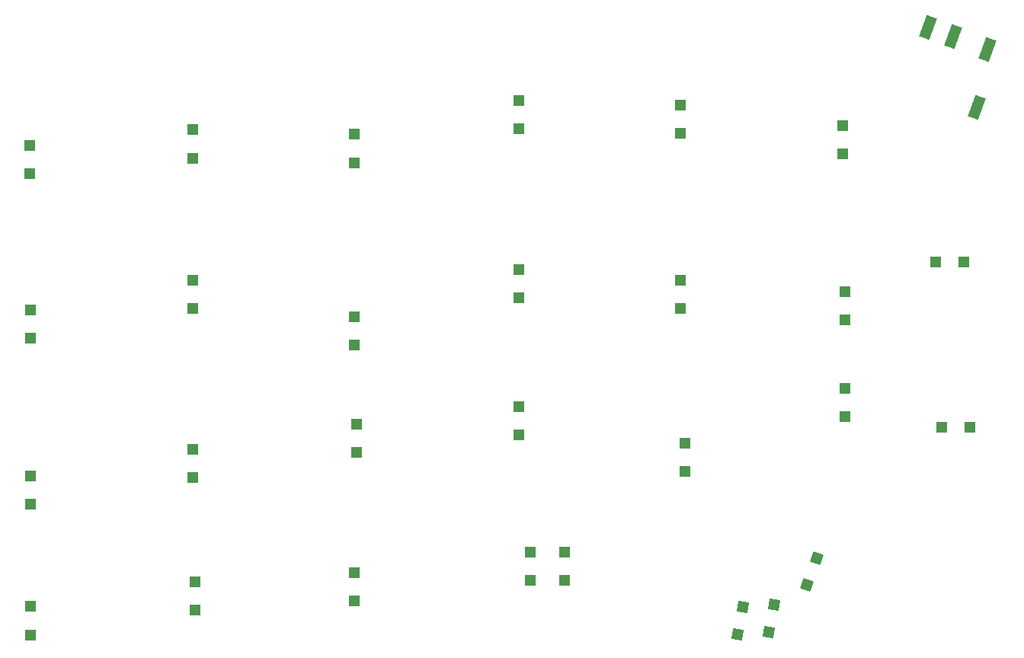
<source format=gbr>
%TF.GenerationSoftware,KiCad,Pcbnew,(6.0.4)*%
%TF.CreationDate,2022-04-18T00:49:10+02:00*%
%TF.ProjectId,ErgoTravel,4572676f-5472-4617-9665-6c2e6b696361,rev?*%
%TF.SameCoordinates,Original*%
%TF.FileFunction,Paste,Top*%
%TF.FilePolarity,Positive*%
%FSLAX46Y46*%
G04 Gerber Fmt 4.6, Leading zero omitted, Abs format (unit mm)*
G04 Created by KiCad (PCBNEW (6.0.4)) date 2022-04-18 00:49:10*
%MOMM*%
%LPD*%
G01*
G04 APERTURE LIST*
G04 Aperture macros list*
%AMRotRect*
0 Rectangle, with rotation*
0 The origin of the aperture is its center*
0 $1 length*
0 $2 width*
0 $3 Rotation angle, in degrees counterclockwise*
0 Add horizontal line*
21,1,$1,$2,0,0,$3*%
G04 Aperture macros list end*
%ADD10R,1.200000X1.200000*%
%ADD11RotRect,1.200000X1.200000X80.000000*%
%ADD12RotRect,1.200000X1.200000X70.000000*%
%ADD13RotRect,1.200000X2.500000X340.000000*%
G04 APERTURE END LIST*
D10*
X97345000Y-66345000D03*
X97345000Y-63195000D03*
X97424884Y-84630510D03*
X97424884Y-81480510D03*
X97424884Y-103130510D03*
X97424884Y-99980510D03*
X97424884Y-117630510D03*
X97424884Y-114480510D03*
X115424884Y-64630510D03*
X115424884Y-61480510D03*
X115424884Y-81380510D03*
X115424884Y-78230510D03*
X115424884Y-100130510D03*
X115424884Y-96980510D03*
X115674884Y-114880510D03*
X115674884Y-111730510D03*
X133424884Y-65130510D03*
X133424884Y-61980510D03*
X133445000Y-85395000D03*
X133445000Y-82245000D03*
X133674884Y-97380510D03*
X133674884Y-94230510D03*
X133424884Y-113880510D03*
X133424884Y-110730510D03*
X151674884Y-61382198D03*
X151674884Y-58232198D03*
X151674884Y-80130510D03*
X151674884Y-76980510D03*
X151674884Y-95380510D03*
X151674884Y-92230510D03*
X152967978Y-111557199D03*
X152967978Y-108407199D03*
X169674884Y-61880510D03*
X169674884Y-58730510D03*
X169674884Y-81380510D03*
X169674884Y-78230510D03*
X170180000Y-99455000D03*
X170180000Y-96305000D03*
D11*
X176004482Y-117608270D03*
X176551474Y-114506126D03*
D10*
X187674884Y-64130510D03*
X187674884Y-60980510D03*
X187924884Y-82630510D03*
X187924884Y-79480510D03*
X187924884Y-93382198D03*
X187924884Y-90232198D03*
D11*
X179504482Y-117358270D03*
X180051474Y-114256126D03*
D10*
X197975000Y-76200000D03*
X201125000Y-76200000D03*
X198702978Y-94557198D03*
X201852978Y-94557198D03*
D12*
X183739296Y-112037214D03*
X184816660Y-109077182D03*
D13*
X203733661Y-52516309D03*
X199974890Y-51148228D03*
X197155812Y-50122168D03*
X202544192Y-59000533D03*
D10*
X156777978Y-111582198D03*
X156777978Y-108432198D03*
M02*

</source>
